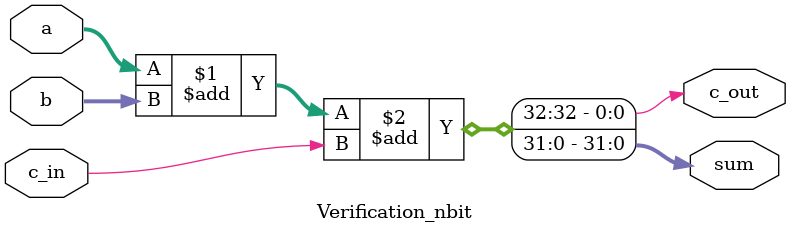
<source format=v>
`timescale 1ns / 1ns

module Verification_nbit(c_out, sum, a, b, c_in);

	parameter W = 32;

	input	[W-1:0] a, b; //declare inputs a, b, and c_in, one bit each
	input c_in;
	output c_out; //declare outputs c_out and sum, one bit each
	output [W-1:0]	sum;

	assign {c_out, sum} = a + b + c_in;

endmodule

</source>
